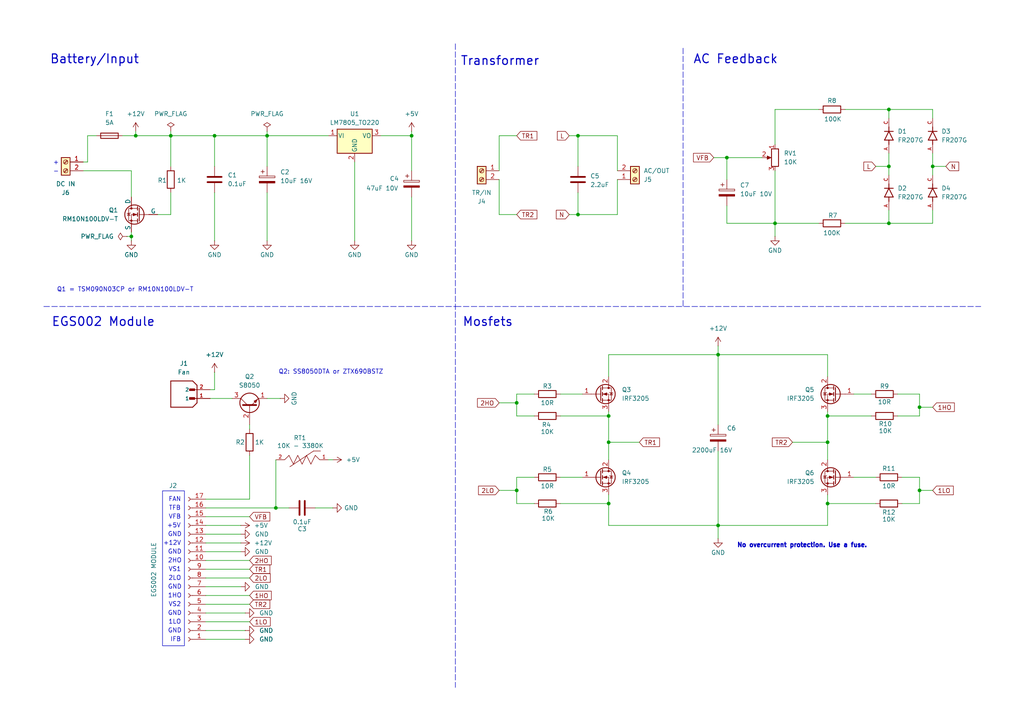
<source format=kicad_sch>
(kicad_sch (version 20231120) (generator "eeschema") (generator_version "8.0")
  (paper "A4")
  (title_block (title "Mini DC-AC Inverter") (date "2025-02-25") (rev "1.0.3") (company "By stef") (comment 1 "Thanks to Ammar for the basics"))
  (lib_symbols
    (symbol "B2B-XH-A__LF__SN_:B2B-XH-A__LF__SN_" (pin_names (offset 1.016))
      (property "Reference" "J" (at -2.54 6.35 0))
      (property "Value" "B2B-XH-A__LF__SN_" (at -2.54 -5.08 0))
      (symbol "B2B-XH-A__LF__SN__0_0"
        (pin passive line (at -7.62 2.54 0) (length 5.08) (name "1") (number "1"))
        (pin passive line (at -7.62 0 0) (length 5.08) (name "2") (number "2"))
      )
    )
    (symbol "Connector:Conn_01x17_Socket" (pin_names (offset 1.016) hide)
      (property "Reference" "J" (at 0 22.86 0))
      (property "Value" "Conn_01x17_Socket" (at 0 -22.86 0))
      (symbol "Conn_01x17_Socket_1_1"
        (pin passive line (at -5.08 20.32 0) (length 3.81) (name "Pin_1") (number "1"))
        (pin passive line (at -5.08 -2.54 0) (length 3.81) (name "Pin_10") (number "10"))
        (pin passive line (at -5.08 -5.08 0) (length 3.81) (name "Pin_11") (number "11"))
        (pin passive line (at -5.08 -7.62 0) (length 3.81) (name "Pin_12") (number "12"))
        (pin passive line (at -5.08 -10.16 0) (length 3.81) (name "Pin_13") (number "13"))
        (pin passive line (at -5.08 -12.7 0) (length 3.81) (name "Pin_14") (number "14"))
        (pin passive line (at -5.08 -15.24 0) (length 3.81) (name "Pin_15") (number "15"))
        (pin passive line (at -5.08 -17.78 0) (length 3.81) (name "Pin_16") (number "16"))
        (pin passive line (at -5.08 -20.32 0) (length 3.81) (name "Pin_17") (number "17"))
        (pin passive line (at -5.08 17.78 0) (length 3.81) (name "Pin_2") (number "2"))
        (pin passive line (at -5.08 15.24 0) (length 3.81) (name "Pin_3") (number "3"))
        (pin passive line (at -5.08 12.7 0) (length 3.81) (name "Pin_4") (number "4"))
        (pin passive line (at -5.08 10.16 0) (length 3.81) (name "Pin_5") (number "5"))
        (pin passive line (at -5.08 7.62 0) (length 3.81) (name "Pin_6") (number "6"))
        (pin passive line (at -5.08 5.08 0) (length 3.81) (name "Pin_7") (number "7"))
        (pin passive line (at -5.08 2.54 0) (length 3.81) (name "Pin_8") (number "8"))
        (pin passive line (at -5.08 0 0) (length 3.81) (name "Pin_9") (number "9"))
      )
    )
    (symbol "Connector:Screw_Terminal_01x02" (pin_names (offset 1.016) hide)
      (property "Reference" "J" (at 0 2.54 0))
      (property "Value" "Screw_Terminal_01x02" (at 0 -5.08 0))
      (symbol "Screw_Terminal_01x02_1_1"
        (pin passive line (at -5.08 0 0) (length 3.81) (name "Pin_1") (number "1"))
        (pin passive line (at -5.08 -2.54 0) (length 3.81) (name "Pin_2") (number "2"))
      )
    )
    (symbol "Device:C" (pin_numbers hide) (pin_names (offset 0.254))
      (property "Reference" "C" (at 0.635 2.54 0))
      (property "Value" "C" (at 0.635 -2.54 0))
      (symbol "C_1_1"
        (pin passive line (at 0 3.81 270) (length 2.794) (name "~") (number "1"))
        (pin passive line (at 0 -3.81 90) (length 2.794) (name "~") (number "2"))
      )
    )
    (symbol "Device:C_Polarized" (pin_numbers hide) (pin_names (offset 0.254))
      (property "Reference" "C" (at 0.635 2.54 0))
      (property "Value" "C_Polarized" (at 0.635 -2.54 0))
      (symbol "C_Polarized_1_1"
        (pin passive line (at 0 3.81 270) (length 2.794) (name "~") (number "1"))
        (pin passive line (at 0 -3.81 90) (length 2.794) (name "~") (number "2"))
      )
    )
    (symbol "Device:Fuse" (pin_numbers hide) (pin_names (offset 0))
      (property "Reference" "F" (at 2.032 0 90))
      (property "Value" "Fuse" (at -1.905 0 90))
      (symbol "Fuse_1_1"
        (pin passive line (at 0 3.81 270) (length 1.27) (name "~") (number "1"))
        (pin passive line (at 0 -3.81 90) (length 1.27) (name "~") (number "2"))
      )
    )
    (symbol "Device:R" (pin_numbers hide) (pin_names (offset 0))
      (property "Reference" "R" (at 2.032 0 90))
      (property "Value" "R" (at 0 0 90))
      (symbol "R_1_1"
        (pin passive line (at 0 3.81 270) (length 1.27) (name "~") (number "1"))
        (pin passive line (at 0 -3.81 90) (length 1.27) (name "~") (number "2"))
      )
    )
    (symbol "Device:R_Potentiometer" (pin_names (offset 1.016) hide)
      (property "Reference" "RV" (at -4.445 0 90))
      (property "Value" "R_Potentiometer" (at -2.54 0 90))
      (symbol "R_Potentiometer_1_1"
        (pin passive line (at 0 3.81 270) (length 1.27) (name "1") (number "1"))
        (pin passive line (at 3.81 0 180) (length 1.27) (name "2") (number "2"))
        (pin passive line (at 0 -3.81 90) (length 1.27) (name "3") (number "3"))
      )
    )
    (symbol "FR207G:FR207G" (pin_names (offset 1.016))
      (property "Reference" "D" (at -5.08 2.54 0))
      (property "Value" "FR207G" (at -5.08 -3.81 0))
      (symbol "FR207G_0_0"
        (pin passive line (at -5.08 0 0) (length 2.54) (name "~") (number "A"))
        (pin passive line (at 5.08 0 180) (length 2.54) (name "~") (number "C"))
      )
    )
    (symbol "NXRT15WB333JA3A016:NXRT15WB333JA3A016" (pin_names (offset 1.016))
      (property "Reference" "RT" (at -5.091 2.5455 0))
      (property "Value" "NXRT15WB333JA3A016" (at -5.098 -5.098 0))
      (symbol "NXRT15WB333JA3A016_0_0"
        (pin passive line (at -7.62 0 0) (length 2.54) (name "~") (number "1"))
        (pin passive line (at 7.62 0 180) (length 2.54) (name "~") (number "2"))
      )
    )
    (symbol "Regulator_Linear:LM7805_TO220" (pin_names (offset 0.254))
      (property "Reference" "U" (at -3.81 3.175 0))
      (property "Value" "LM7805_TO220" (at 0 3.175 0))
      (symbol "LM7805_TO220_1_1"
        (pin power_in line (at -7.62 0 0) (length 2.54) (name "VI") (number "1"))
        (pin power_in line (at 0 -7.62 90) (length 2.54) (name "GND") (number "2"))
        (pin power_out line (at 7.62 0 180) (length 2.54) (name "VO") (number "3"))
      )
    )
    (symbol "Simulation_SPICE:NMOS" (pin_numbers hide) (pin_names (offset 0))
      (property "Reference" "Q" (at 5.08 1.27 0))
      (property "Value" "NMOS" (at 5.08 -1.27 0))
      (symbol "NMOS_1_1"
        (pin passive line (at 2.54 5.08 270) (length 2.54) (name "D") (number "1"))
        (pin input line (at -5.08 0 0) (length 2.54) (name "G") (number "2"))
        (pin passive line (at 2.54 -5.08 90) (length 2.54) (name "S") (number "3"))
      )
    )
    (symbol "Transistor_BJT:S8050" (pin_names (offset 0) hide)
      (property "Reference" "Q" (at 5.08 1.905 0))
      (property "Value" "S8050" (at 5.08 0 0))
      (symbol "S8050_1_1"
        (pin passive line (at 2.54 -5.08 90) (length 2.54) (name "E") (number "1"))
        (pin input line (at -5.08 0 0) (length 5.08) (name "B") (number "2"))
        (pin passive line (at 2.54 5.08 270) (length 2.54) (name "C") (number "3"))
      )
    )
    (symbol "Transistor_FET:IRF3205" (pin_names hide)
      (property "Reference" "Q" (at 5.08 1.905 0))
      (property "Value" "IRF3205" (at 5.08 0 0))
      (symbol "IRF3205_1_1"
        (pin input line (at -5.08 0 0) (length 2.54) (name "G") (number "1"))
        (pin passive line (at 2.54 5.08 270) (length 2.54) (name "D") (number "2"))
        (pin passive line (at 2.54 -5.08 90) (length 2.54) (name "S") (number "3"))
      )
    )
    (symbol "power:+12V" (power) (pin_numbers hide) (pin_names (offset 0) hide)
      (property "Value" "+12V" (at 0 3.556 0))
      (symbol "+12V_1_1"
        (pin power_in line (at 0 0 90) (length 0) (name "~") (number "1"))
      )
    )
    (symbol "power:+5V" (power) (pin_numbers hide) (pin_names (offset 0) hide)
      (property "Value" "+5V" (at 0 3.556 0))
      (symbol "+5V_1_1"
        (pin power_in line (at 0 0 90) (length 0) (name "~") (number "1"))
      )
    )
    (symbol "power:GND" (power) (pin_numbers hide) (pin_names (offset 0) hide)
      (property "Value" "GND" (at 0 -3.81 0))
      (symbol "GND_1_1"
        (pin power_in line (at 0 0 270) (length 0) (name "~") (number "1"))
      )
    )
    (symbol "power:PWR_FLAG" (power) (pin_numbers hide) (pin_names (offset 0) hide)
      (property "Value" "PWR_FLAG" (at 0 3.81 0))
      (symbol "PWR_FLAG_0_0"
        (pin power_out line (at 0 0 90) (length 0) (name "~") (number "1"))
      )
    )
  )
  (junction (at 240.03 128.27))
  (junction (at 62.23 39.37))
  (junction (at 167.64 39.37))
  (junction (at 176.53 128.27))
  (junction (at 176.53 120.65))
  (junction (at 39.37 39.37))
  (junction (at 49.53 39.37))
  (junction (at 266.7 142.24))
  (junction (at 266.7 118.11))
  (junction (at 149.86 142.24))
  (junction (at 270.51 48.26))
  (junction (at 167.64 62.23))
  (junction (at 257.81 64.77))
  (junction (at 257.81 31.75))
  (junction (at 257.81 48.26))
  (junction (at 77.47 39.37))
  (junction (at 176.53 146.05))
  (junction (at 208.28 102.87))
  (junction (at 224.79 64.77))
  (junction (at 80.01 147.32))
  (junction (at 149.86 116.84))
  (junction (at 240.03 120.65))
  (junction (at 240.03 146.05))
  (junction (at 210.82 45.72))
  (junction (at 208.28 152.4))
  (junction (at 119.38 39.37))
  (junction (at 38.1 68.58))
  (wire (pts (xy 38.1 49.53) (xy 24.13 49.53)))
  (wire (pts (xy 59.69 180.34) (xy 72.39 180.34)))
  (wire (pts (xy 62.23 55.88) (xy 62.23 69.85)))
  (wire (pts (xy 59.69 157.48) (xy 69.85 157.48)))
  (wire (pts (xy 224.79 31.75) (xy 224.79 41.91)))
  (wire (pts (xy 247.65 138.43) (xy 254 138.43)))
  (wire (pts (xy 154.94 120.65) (xy 149.86 120.65)))
  (wire (pts (xy 229.87 128.27) (xy 240.03 128.27)))
  (wire (pts (xy 257.81 31.75) (xy 257.81 34.29)))
  (wire (pts (xy 119.38 38.1) (xy 119.38 39.37)))
  (wire (pts (xy 25.4 46.99) (xy 25.4 39.37)))
  (wire (pts (xy 240.03 120.65) (xy 240.03 128.27)))
  (wire (pts (xy 240.03 102.87) (xy 240.03 109.22)))
  (wire (pts (xy 59.69 182.88) (xy 71.12 182.88)))
  (wire (pts (xy 59.69 165.1) (xy 72.39 165.1)))
  (wire (pts (xy 91.44 147.32) (xy 96.52 147.32)))
  (wire (pts (xy 247.65 114.3) (xy 252.73 114.3)))
  (wire (pts (xy 270.51 60.96) (xy 270.51 64.77)))
  (wire (pts (xy 49.53 62.23) (xy 49.53 55.88)))
  (wire (pts (xy 144.78 49.53) (xy 144.78 39.37)))
  (wire (pts (xy 240.03 128.27) (xy 240.03 133.35)))
  (wire (pts (xy 162.56 114.3) (xy 168.91 114.3)))
  (wire (pts (xy 59.69 177.8) (xy 71.12 177.8)))
  (wire (pts (xy 179.07 52.07) (xy 179.07 62.23)))
  (wire (pts (xy 59.69 162.56) (xy 72.39 162.56)))
  (wire (pts (xy 210.82 64.77) (xy 224.79 64.77)))
  (wire (pts (xy 240.03 120.65) (xy 252.73 120.65)))
  (wire (pts (xy 59.69 147.32) (xy 80.01 147.32)))
  (wire (pts (xy 119.38 49.53) (xy 119.38 39.37)))
  (wire (pts (xy 176.53 152.4) (xy 176.53 146.05)))
  (wire (pts (xy 208.28 102.87) (xy 240.03 102.87)))
  (wire (pts (xy 144.78 62.23) (xy 149.86 62.23)))
  (wire (pts (xy 167.64 39.37) (xy 167.64 48.26)))
  (wire (pts (xy 59.69 170.18) (xy 69.85 170.18)))
  (wire (pts (xy 176.53 102.87) (xy 208.28 102.87)))
  (wire (pts (xy 270.51 142.24) (xy 266.7 142.24)))
  (wire (pts (xy 266.7 142.24) (xy 266.7 138.43)))
  (wire (pts (xy 266.7 114.3) (xy 260.35 114.3)))
  (wire (pts (xy 154.94 146.05) (xy 149.86 146.05)))
  (wire (pts (xy 270.51 118.11) (xy 266.7 118.11)))
  (wire (pts (xy 210.82 59.69) (xy 210.82 64.77)))
  (wire (pts (xy 72.39 123.19) (xy 72.39 124.46)))
  (wire (pts (xy 38.1 69.85) (xy 38.1 68.58)))
  (wire (pts (xy 176.53 109.22) (xy 176.53 102.87)))
  (wire (pts (xy 39.37 39.37) (xy 49.53 39.37)))
  (wire (pts (xy 39.37 38.1) (xy 39.37 39.37)))
  (wire (pts (xy 240.03 119.38) (xy 240.03 120.65)))
  (wire (pts (xy 266.7 138.43) (xy 261.62 138.43)))
  (wire (pts (xy 59.69 185.42) (xy 71.12 185.42)))
  (wire (pts (xy 208.28 100.33) (xy 208.28 102.87)))
  (wire (pts (xy 270.51 48.26) (xy 270.51 50.8)))
  (wire (pts (xy 257.81 48.26) (xy 257.81 50.8)))
  (polyline (pts (xy 132.08 88.9) (xy 284.48 88.9)) (stroke (width 0) (type dash)))
  (wire (pts (xy 162.56 146.05) (xy 176.53 146.05)))
  (wire (pts (xy 80.01 147.32) (xy 83.82 147.32)))
  (wire (pts (xy 162.56 138.43) (xy 168.91 138.43)))
  (wire (pts (xy 254 48.26) (xy 257.81 48.26)))
  (wire (pts (xy 210.82 45.72) (xy 220.98 45.72)))
  (wire (pts (xy 77.47 38.1) (xy 77.47 39.37)))
  (wire (pts (xy 77.47 55.88) (xy 77.47 69.85)))
  (wire (pts (xy 167.64 55.88) (xy 167.64 62.23)))
  (wire (pts (xy 25.4 39.37) (xy 27.94 39.37)))
  (wire (pts (xy 208.28 152.4) (xy 176.53 152.4)))
  (wire (pts (xy 245.11 31.75) (xy 257.81 31.75)))
  (wire (pts (xy 72.39 132.08) (xy 72.39 144.78)))
  (wire (pts (xy 176.53 119.38) (xy 176.53 120.65)))
  (wire (pts (xy 176.53 133.35) (xy 176.53 128.27)))
  (polyline (pts (xy 132.08 12.7) (xy 132.08 199.39)) (stroke (width 0) (type dash)))
  (wire (pts (xy 257.81 44.45) (xy 257.81 48.26)))
  (wire (pts (xy 162.56 120.65) (xy 176.53 120.65)))
  (wire (pts (xy 179.07 39.37) (xy 167.64 39.37)))
  (wire (pts (xy 185.42 128.27) (xy 176.53 128.27)))
  (wire (pts (xy 77.47 115.57) (xy 81.28 115.57)))
  (wire (pts (xy 240.03 146.05) (xy 254 146.05)))
  (wire (pts (xy 69.85 154.94) (xy 59.69 154.94)))
  (wire (pts (xy 270.51 64.77) (xy 257.81 64.77)))
  (wire (pts (xy 208.28 102.87) (xy 208.28 123.19)))
  (wire (pts (xy 62.23 107.95) (xy 62.23 113.03)))
  (wire (pts (xy 208.28 130.81) (xy 208.28 152.4)))
  (wire (pts (xy 266.7 118.11) (xy 266.7 114.3)))
  (wire (pts (xy 59.69 175.26) (xy 72.39 175.26)))
  (wire (pts (xy 208.28 152.4) (xy 240.03 152.4)))
  (wire (pts (xy 149.86 138.43) (xy 154.94 138.43)))
  (wire (pts (xy 144.78 52.07) (xy 144.78 62.23)))
  (wire (pts (xy 24.13 46.99) (xy 25.4 46.99)))
  (wire (pts (xy 240.03 152.4) (xy 240.03 146.05)))
  (wire (pts (xy 95.25 133.35) (xy 96.52 133.35)))
  (wire (pts (xy 144.78 116.84) (xy 149.86 116.84)))
  (wire (pts (xy 270.51 44.45) (xy 270.51 48.26)))
  (wire (pts (xy 49.53 39.37) (xy 62.23 39.37)))
  (wire (pts (xy 72.39 144.78) (xy 59.69 144.78)))
  (wire (pts (xy 62.23 39.37) (xy 77.47 39.37)))
  (wire (pts (xy 149.86 116.84) (xy 149.86 114.3)))
  (wire (pts (xy 80.01 133.35) (xy 80.01 147.32)))
  (wire (pts (xy 245.11 64.77) (xy 257.81 64.77)))
  (wire (pts (xy 149.86 146.05) (xy 149.86 142.24)))
  (wire (pts (xy 270.51 34.29) (xy 270.51 31.75)))
  (wire (pts (xy 167.64 62.23) (xy 165.1 62.23)))
  (wire (pts (xy 179.07 49.53) (xy 179.07 39.37)))
  (wire (pts (xy 38.1 68.58) (xy 38.1 67.31)))
  (wire (pts (xy 35.56 39.37) (xy 39.37 39.37)))
  (wire (pts (xy 257.81 60.96) (xy 257.81 64.77)))
  (wire (pts (xy 60.96 113.03) (xy 62.23 113.03)))
  (wire (pts (xy 224.79 64.77) (xy 237.49 64.77)))
  (wire (pts (xy 119.38 39.37) (xy 110.49 39.37)))
  (wire (pts (xy 59.69 152.4) (xy 69.85 152.4)))
  (wire (pts (xy 274.32 48.26) (xy 270.51 48.26)))
  (wire (pts (xy 59.69 167.64) (xy 72.39 167.64)))
  (wire (pts (xy 208.28 156.21) (xy 208.28 152.4)))
  (wire (pts (xy 266.7 120.65) (xy 266.7 118.11)))
  (wire (pts (xy 149.86 114.3) (xy 154.94 114.3)))
  (wire (pts (xy 77.47 39.37) (xy 95.25 39.37)))
  (wire (pts (xy 144.78 142.24) (xy 149.86 142.24)))
  (polyline (pts (xy 12.7 88.9) (xy 132.08 88.9)) (stroke (width 0) (type dash)))
  (wire (pts (xy 167.64 39.37) (xy 165.1 39.37)))
  (wire (pts (xy 266.7 146.05) (xy 266.7 142.24)))
  (wire (pts (xy 149.86 120.65) (xy 149.86 116.84)))
  (wire (pts (xy 49.53 38.1) (xy 49.53 39.37)))
  (wire (pts (xy 224.79 49.53) (xy 224.79 64.77)))
  (wire (pts (xy 77.47 48.26) (xy 77.47 39.37)))
  (wire (pts (xy 36.83 68.58) (xy 38.1 68.58)))
  (wire (pts (xy 260.35 120.65) (xy 266.7 120.65)))
  (wire (pts (xy 240.03 143.51) (xy 240.03 146.05)))
  (wire (pts (xy 62.23 39.37) (xy 62.23 48.26)))
  (wire (pts (xy 72.39 149.86) (xy 59.69 149.86)))
  (wire (pts (xy 144.78 39.37) (xy 149.86 39.37)))
  (wire (pts (xy 237.49 31.75) (xy 224.79 31.75)))
  (wire (pts (xy 210.82 45.72) (xy 210.82 52.07)))
  (wire (pts (xy 261.62 146.05) (xy 266.7 146.05)))
  (wire (pts (xy 119.38 57.15) (xy 119.38 69.85)))
  (wire (pts (xy 176.53 120.65) (xy 176.53 128.27)))
  (wire (pts (xy 270.51 31.75) (xy 257.81 31.75)))
  (wire (pts (xy 176.53 143.51) (xy 176.53 146.05)))
  (wire (pts (xy 59.69 160.02) (xy 69.85 160.02)))
  (wire (pts (xy 207.01 45.72) (xy 210.82 45.72)))
  (wire (pts (xy 49.53 48.26) (xy 49.53 39.37)))
  (wire (pts (xy 102.87 46.99) (xy 102.87 69.85)))
  (wire (pts (xy 59.69 172.72) (xy 72.39 172.72)))
  (wire (pts (xy 38.1 49.53) (xy 38.1 57.15)))
  (wire (pts (xy 179.07 62.23) (xy 167.64 62.23)))
  (wire (pts (xy 45.72 62.23) (xy 49.53 62.23)))
  (polyline (pts (xy 198.12 13.97) (xy 198.12 88.9)) (stroke (width 0) (type dash)))
  (wire (pts (xy 149.86 142.24) (xy 149.86 138.43)))
  (wire (pts (xy 60.96 115.57) (xy 67.31 115.57)))
  (wire (pts (xy 224.79 68.58) (xy 224.79 64.77)))
  (rectangle (start 47.1417 142.371) (end 53.4917 187.2949))
  (text "VFB" (at 50.6977 149.991 0) (effects (font (size 1.27 1.27))))
  (text "VS2" (at 50.6977 175.391 0) (effects (font (size 1.27 1.27))))
  (text "GND" (at 50.6977 177.931 0) (effects (font (size 1.27 1.27))))
  (text "GND" (at 50.6977 160.151 0) (effects (font (size 1.27 1.27))))
  (text "No overcurrent protection. Use a fuse." (at 232.664 158.242 0) (effects (font (size 1.27 1.27) (thickness 0.3175))))
  (text "2HO" (at 50.6977 162.691 0) (effects (font (size 1.27 1.27))))
  (text "GND" (at 50.6977 155.071 0) (effects (font (size 1.27 1.27))))
  (text "-" (at 16.256 49.784 0) (effects (font (size 1.27 1.27))))
  (text "Battery/Input" (at 27.432 17.272 0) (effects (font (size 2.54 2.54) (thickness 0.3175))))
  (text "Q2: SS8050DTA or ZTX690BSTZ" (at 80.772 107.95 0) (effects (font (size 1.27 1.27)) (justify left)))
  (text "Q1 = TSM090N03CP or RM10N100LDV-T" (at 36.322 84.074 0) (effects (font (size 1.27 1.27))))
  (text "EGS002 Module" (at 29.972 93.472 0) (effects (font (size 2.54 2.54) (thickness 0.3175))))
  (text "1HO" (at 50.6977 172.851 0) (effects (font (size 1.27 1.27))))
  (text "1LO" (at 50.6977 180.471 0) (effects (font (size 1.27 1.27))))
  (text "+" (at 16.256 47.244 0) (effects (font (size 1.27 1.27))))
  (text "GND" (at 50.6977 170.311 0) (effects (font (size 1.27 1.27))))
  (text "TFB" (at 50.6977 147.451 0) (effects (font (size 1.27 1.27))))
  (text "GND" (at 50.6977 183.011 0) (effects (font (size 1.27 1.27))))
  (text "IFB" (at 50.9517 185.551 0) (effects (font (size 1.27 1.27))))
  (text "VS1" (at 50.6977 165.231 0) (effects (font (size 1.27 1.27))))
  (text "Transformer" (at 145.034 17.78 0) (effects (font (size 2.54 2.54) (thickness 0.3175))))
  (text "AC Feedback" (at 213.36 17.272 0) (effects (font (size 2.54 2.54) (thickness 0.3175))))
  (text "2LO" (at 50.6977 167.771 0) (effects (font (size 1.27 1.27))))
  (text "+5V" (at 50.4437 152.531 0) (effects (font (size 1.27 1.27))))
  (text "FAN" (at 50.6977 144.911 0) (effects (font (size 1.27 1.27))))
  (text "+12V" (at 49.9357 157.611 0) (effects (font (size 1.27 1.27))))
  (text "Mosfets" (at 141.478 93.472 0) (effects (font (size 2.54 2.54) (thickness 0.3175))))
  (global_label "1LO" (shape input) (at 270.51 142.24 0) (property "Intersheetrefs" "${INTERSHEET_REFS}" (effects (hide yes))))
  (global_label "1LO" (shape input) (at 72.39 180.34 0) (property "Intersheetrefs" "${INTERSHEET_REFS}" (effects (hide yes))))
  (global_label "TR1" (shape input) (at 72.39 165.1 0) (property "Intersheetrefs" "${INTERSHEET_REFS}" (effects (hide yes))))
  (global_label "TR2" (shape input) (at 229.87 128.27 180) (property "Intersheetrefs" "${INTERSHEET_REFS}" (effects (hide yes))))
  (global_label "TR1" (shape input) (at 149.86 39.37 0) (property "Intersheetrefs" "${INTERSHEET_REFS}" (effects (hide yes))))
  (global_label "L" (shape input) (at 165.1 39.37 180) (property "Intersheetrefs" "${INTERSHEET_REFS}" (effects (hide yes))))
  (global_label "VFB" (shape input) (at 72.39 149.86 0) (property "Intersheetrefs" "${INTERSHEET_REFS}" (effects (hide yes))))
  (global_label "2LO" (shape input) (at 72.39 167.64 0) (property "Intersheetrefs" "${INTERSHEET_REFS}" (effects (hide yes))))
  (global_label "2HO" (shape input) (at 144.78 116.84 180) (property "Intersheetrefs" "${INTERSHEET_REFS}" (effects (hide yes))))
  (global_label "TR2" (shape input) (at 72.39 175.26 0) (property "Intersheetrefs" "${INTERSHEET_REFS}" (effects (hide yes))))
  (global_label "VFB" (shape input) (at 207.01 45.72 180) (property "Intersheetrefs" "${INTERSHEET_REFS}" (effects (hide yes))))
  (global_label "1HO" (shape input) (at 270.51 118.11 0) (property "Intersheetrefs" "${INTERSHEET_REFS}" (effects (hide yes))))
  (global_label "N" (shape input) (at 165.1 62.23 180) (property "Intersheetrefs" "${INTERSHEET_REFS}" (effects (hide yes))))
  (global_label "N" (shape input) (at 274.32 48.26 0) (property "Intersheetrefs" "${INTERSHEET_REFS}" (effects (hide yes))))
  (global_label "TR1" (shape input) (at 185.42 128.27 0) (property "Intersheetrefs" "${INTERSHEET_REFS}" (effects (hide yes))))
  (global_label "2HO" (shape input) (at 72.39 162.56 0) (property "Intersheetrefs" "${INTERSHEET_REFS}" (effects (hide yes))))
  (global_label "L" (shape input) (at 254 48.26 180) (property "Intersheetrefs" "${INTERSHEET_REFS}" (effects (hide yes))))
  (global_label "1HO" (shape input) (at 72.39 172.72 0) (property "Intersheetrefs" "${INTERSHEET_REFS}" (effects (hide yes))))
  (global_label "TR2" (shape input) (at 149.86 62.23 0) (property "Intersheetrefs" "${INTERSHEET_REFS}" (effects (hide yes))))
  (global_label "2LO" (shape input) (at 144.78 142.24 180) (property "Intersheetrefs" "${INTERSHEET_REFS}" (effects (hide yes))))
  (symbol (lib_id "power:GND") (at 119.38 69.85 0) (unit 1)
    (property "Reference" "#PWR019" (effects (hide yes)))
    (property "Value" "GND" (at 119.38 73.914 0))
    (property "Description" "Power symbol creates a global label with name \"GND\" , ground" (effects (hide yes)))
  )
  (symbol (lib_id "power:GND") (at 69.85 170.18 90) (unit 1)
    (property "Reference" "#PWR09" (effects (hide yes)))
    (property "Value" "GND" (at 75.946 170.18 90))
    (property "Description" "Power symbol creates a global label with name \"GND\" , ground" (effects (hide yes)))
  )
  (symbol (lib_id "power:+12V") (at 69.85 157.48 270) (unit 1)
    (property "Reference" "#PWR07" (effects (hide yes)))
    (property "Value" "+12V" (at 73.66 157.4799 90) (effects (justify left)))
    (property "Description" "Power symbol creates a global label with name \"+12V\"" (effects (hide yes)))
  )
  (symbol (lib_id "Device:C") (at 167.64 52.07 0) (unit 1)
    (property "Reference" "C5" (at 171.196 51.054 0) (effects (justify left)))
    (property "Value" "2.2uF" (at 171.196 53.594 0) (effects (justify left)))
    (property "Footprint" "Capacitor_THT:C_Rect_L18.0mm_W8.0mm_P15.00mm_FKS3_FKP3" (effects (hide yes)))
    (property "Description" "Unpolarized capacitor" (effects (hide yes)))
    (property "Part#" "MKS4D042204F00KSSD" (effects (hide yes)))
    (property "Mouser" "505-MKS4D042204FKSSD" (effects (hide yes)))
  )
  (symbol (lib_id "Device:R") (at 241.3 31.75 270) (unit 1)
    (property "Reference" "R8" (at 241.3 29.21 90))
    (property "Value" "100K" (at 241.554 34.544 90))
    (property "Footprint" "Resistor_THT:R_Axial_DIN0207_L6.3mm_D2.5mm_P10.16mm_Horizontal" (effects (hide yes)))
    (property "Description" "Resistor" (effects (hide yes)))
  )
  (symbol (lib_id "Device:C_Polarized") (at 77.47 52.07 0) (unit 1)
    (property "Reference" "C2" (at 81.28 49.9109 0) (effects (justify left)))
    (property "Value" "10uF 16V" (at 81.28 52.4509 0) (effects (justify left)))
    (property "Footprint" "Capacitor_THT:CP_Radial_D5.0mm_P2.50mm" (effects (hide yes)))
    (property "Description" "Polarized capacitor" (effects (hide yes)))
  )
  (symbol (lib_id "power:+5V") (at 69.85 152.4 270) (unit 1)
    (property "Reference" "#PWR05" (effects (hide yes)))
    (property "Value" "+5V" (at 73.66 152.3999 90) (effects (justify left)))
    (property "Description" "Power symbol creates a global label with name \"+5V\"" (effects (hide yes)))
  )
  (symbol (lib_id "Connector:Screw_Terminal_01x02") (at 19.05 46.99 0) (mirror y) (unit 1)
    (property "Reference" "J6" (at 19.05 55.88 0))
    (property "Value" "DC IN" (at 19.05 53.34 0))
    (property "Footprint" "External Libraries:TerminalBlock_Phoenix_PT-1,5-2-5.0-H_1x02_P5.00mm_Horizontal_faston" (effects (hide yes)))
    (property "Description" "Generic screw terminal, single row, 01x02, script generated (kicad-library-utils/schlib/autogen/connector/)" (effects (hide yes)))
  )
  (symbol (lib_id "Device:R") (at 257.81 138.43 90) (unit 1)
    (property "Reference" "R11" (at 257.81 135.89 90))
    (property "Value" "10R" (at 257.81 140.97 90))
    (property "Footprint" "Resistor_THT:R_Axial_DIN0207_L6.3mm_D2.5mm_P10.16mm_Horizontal" (effects (hide yes)))
    (property "Description" "Resistor" (effects (hide yes)))
  )
  (symbol (lib_id "B2B-XH-A__LF__SN_:B2B-XH-A__LF__SN_") (at 53.34 113.03 180) (unit 1)
    (property "Reference" "J1" (at 53.34 105.41 0))
    (property "Value" "Fan" (at 53.34 107.95 0))
    (property "Footprint" "Connector_JST:JST_XH_B2B-XH-A_1x02_P2.50mm_Vertical" (effects (hide yes)))
    (property "MF" "JST Sales" (effects (hide yes)))
    (property "MAXIMUM_PACKAGE_HEIGHT" "7 mm" (effects (hide yes)))
    (property "Package" "None" (effects (hide yes)))
    (property "Price" "None" (effects (hide yes)))
    (property "Check_prices" "https://www.snapeda.com/parts/B2B-XH-A%20(LF)(SN)/JST+Sales+America+Inc./view-part/?ref=eda" (effects (hide yes)))
    (property "STANDARD" "Manufacturer Recommendations" (effects (hide yes)))
    (property "PARTREV" "N/A" (effects (hide yes)))
    (property "SnapEDA_Link" "https://www.snapeda.com/parts/B2B-XH-A%20(LF)(SN)/JST+Sales+America+Inc./view-part/?ref=snap" (effects (hide yes)))
    (property "MP" "B2B-XH-A (LF)(SN)" (effects (hide yes)))
    (property "Purchase-URL" "https://www.snapeda.com/api/url_track_click_mouser/?unipart_id=1904846&manufacturer=JST Sales&part_name=B2B-XH-A (LF)(SN)&search_term=b2b-xh-a_lf__sn_" (effects (hide yes)))
    (property "Description_1" "\nConnector Header Through Hole 2 position 0.098 (2.50mm)\n" (effects (hide yes)))
    (property "MANUFACTURER" "JST Sales America Inc." (effects (hide yes)))
    (property "Availability" "In Stock" (effects (hide yes)))
    (property "SNAPEDA_PN" "B2B-XH-A (LF)(SN)" (effects (hide yes)))
  )
  (symbol (lib_id "Device:R") (at 49.53 52.07 0) (unit 1)
    (property "Reference" "R1" (at 45.72 52.324 0) (effects (justify left)))
    (property "Value" "1K" (at 51.308 52.324 0) (effects (justify left)))
    (property "Footprint" "Resistor_THT:R_Axial_DIN0207_L6.3mm_D2.5mm_P2.54mm_Vertical" (effects (hide yes)))
    (property "Description" "Resistor" (effects (hide yes)))
  )
  (symbol (lib_id "power:+12V") (at 62.23 107.95 0) (unit 1)
    (property "Reference" "#PWR04" (effects (hide yes)))
    (property "Value" "+12V" (at 62.23 102.87 0))
    (property "Description" "Power symbol creates a global label with name \"+12V\"" (effects (hide yes)))
  )
  (symbol (lib_id "Device:R") (at 158.75 146.05 90) (unit 1)
    (property "Reference" "R6" (at 159.004 148.336 90))
    (property "Value" "10K" (at 159.004 150.368 90))
    (property "Footprint" "Resistor_THT:R_Axial_DIN0207_L6.3mm_D2.5mm_P10.16mm_Horizontal" (effects (hide yes)))
    (property "Description" "Resistor" (effects (hide yes)))
  )
  (symbol (lib_id "FR207G:FR207G") (at 257.81 39.37 90) (unit 1)
    (property "Reference" "D1" (at 260.35 38.0999 90) (effects (justify right)))
    (property "Value" "FR207G" (at 260.35 40.6399 90) (effects (justify right)))
    (property "Footprint" "External Libraries:FR207G" (effects (hide yes)))
    (property "MF" "Taiwan Semiconductor" (effects (hide yes)))
    (property "MAXIMUM_PACKAGE_HEIGHT" "3.6 mm" (effects (hide yes)))
    (property "Package" "DO-15 Taiwan Semiconductor" (effects (hide yes)))
    (property "Price" "None" (effects (hide yes)))
    (property "Check_prices" "https://www.snapeda.com/parts/FR207G/Taiwan+Semiconductor/view-part/?ref=eda" (effects (hide yes)))
    (property "STANDARD" "IPC-7351B" (effects (hide yes)))
    (property "PARTREV" "F2105" (effects (hide yes)))
    (property "SnapEDA_Link" "https://www.snapeda.com/parts/FR207G/Taiwan+Semiconductor/view-part/?ref=snap" (effects (hide yes)))
    (property "MP" "FR207G" (effects (hide yes)))
    (property "Purchase-URL" "https://www.snapeda.com/api/url_track_click_mouser/?unipart_id=778169&manufacturer=Taiwan Semiconductor&part_name=FR207G&search_term=fr207 diode" (effects (hide yes)))
    (property "Description_1" "\n500ns, 2A, 1000V, Fast Recovery Rectifier\n" (effects (hide yes)))
    (property "Availability" "In Stock" (effects (hide yes)))
    (property "MANUFACTURER" "Taiwan Semiconductor" (effects (hide yes)))
    (property "Part#" "FR207G" (effects (hide yes)))
    (property "Mouser" "821-FR207G" (effects (hide yes)))
  )
  (symbol (lib_id "Connector:Conn_01x17_Socket") (at 54.61 165.1 180) (unit 1)
    (property "Reference" "J2" (at 50.1897 140.847 0))
    (property "Value" "EGS002 MODULE" (at 44.6017 165.231 90))
    (property "Footprint" "Connector_PinSocket_2.54mm:PinSocket_1x17_P2.54mm_Vertical" (effects (hide yes)))
    (property "Description" "Generic connector, single row, 01x17, script generated" (effects (hide yes)))
  )
  (symbol (lib_id "FR207G:FR207G") (at 270.51 55.88 90) (unit 1)
    (property "Reference" "D4" (at 273.05 54.6099 90) (effects (justify right)))
    (property "Value" "FR207G" (at 273.05 57.1499 90) (effects (justify right)))
    (property "Footprint" "External Libraries:FR207G" (effects (hide yes)))
    (property "Part#" "FR207G" (effects (hide yes)))
    (property "Mouser" "821-FR207G" (effects (hide yes)))
  )
  (symbol (lib_id "power:GND") (at 71.12 185.42 90) (unit 1)
    (property "Reference" "#PWR012" (effects (hide yes)))
    (property "Value" "GND" (at 77.216 185.42 90))
    (property "Description" "Power symbol creates a global label with name \"GND\" , ground" (effects (hide yes)))
  )
  (symbol (lib_id "FR207G:FR207G") (at 270.51 39.37 90) (unit 1)
    (property "Reference" "D3" (at 273.05 38.0999 90) (effects (justify right)))
    (property "Value" "FR207G" (at 273.05 40.6399 90) (effects (justify right)))
    (property "Footprint" "External Libraries:FR207G" (effects (hide yes)))
    (property "MF" "Taiwan Semiconductor" (effects (hide yes)))
    (property "MAXIMUM_PACKAGE_HEIGHT" "3.6 mm" (effects (hide yes)))
    (property "Package" "DO-15 Taiwan Semiconductor" (effects (hide yes)))
    (property "Price" "None" (effects (hide yes)))
    (property "Check_prices" "https://www.snapeda.com/parts/FR207G/Taiwan+Semiconductor/view-part/?ref=eda" (effects (hide yes)))
    (property "STANDARD" "IPC-7351B" (effects (hide yes)))
    (property "PARTREV" "F2105" (effects (hide yes)))
    (property "SnapEDA_Link" "https://www.snapeda.com/parts/FR207G/Taiwan+Semiconductor/view-part/?ref=snap" (effects (hide yes)))
    (property "MP" "FR207G" (effects (hide yes)))
    (property "Purchase-URL" "https://www.snapeda.com/api/url_track_click_mouser/?unipart_id=778169&manufacturer=Taiwan Semiconductor&part_name=FR207G&search_term=fr207 diode" (effects (hide yes)))
    (property "Description_1" "\n500ns, 2A, 1000V, Fast Recovery Rectifier\n" (effects (hide yes)))
    (property "Availability" "In Stock" (effects (hide yes)))
    (property "MANUFACTURER" "Taiwan Semiconductor" (effects (hide yes)))
    (property "Part#" "FR207G" (effects (hide yes)))
    (property "Mouser" "821-FR207G" (effects (hide yes)))
  )
  (symbol (lib_id "Device:C") (at 62.23 52.07 0) (unit 1)
    (property "Reference" "C1" (at 66.04 50.7999 0) (effects (justify left)))
    (property "Value" "0.1uF" (at 66.04 53.3399 0) (effects (justify left)))
    (property "Footprint" "Capacitor_THT:C_Rect_L7.2mm_W2.5mm_P5.00mm_FKS2_FKP2_MKS2_MKP2" (effects (hide yes)))
    (property "Description" "Unpolarized capacitor" (effects (hide yes)))
  )
  (symbol (lib_id "Connector:Screw_Terminal_01x02") (at 139.7 49.53 0) (mirror y) (unit 1)
    (property "Reference" "J4" (at 139.7 58.42 0))
    (property "Value" "TR/IN" (at 139.7 55.88 0))
    (property "Footprint" "External Libraries:TerminalBlock_Phoenix_PT-1,5-2-5.0-H_1x02_P5.00mm_Horizontal_faston" (effects (hide yes)))
    (property "Description" "Generic screw terminal, single row, 01x02, script generated (kicad-library-utils/schlib/autogen/connector/)" (effects (hide yes)))
  )
  (symbol (lib_id "Device:R") (at 257.81 146.05 90) (unit 1)
    (property "Reference" "R12" (at 257.81 148.59 90))
    (property "Value" "10K" (at 257.81 150.622 90))
    (property "Footprint" "Resistor_THT:R_Axial_DIN0207_L6.3mm_D2.5mm_P10.16mm_Horizontal" (effects (hide yes)))
    (property "Description" "Resistor" (effects (hide yes)))
  )
  (symbol (lib_id "power:GND") (at 62.23 69.85 0) (unit 1)
    (property "Reference" "#PWR03" (effects (hide yes)))
    (property "Value" "GND" (at 62.23 73.914 0))
    (property "Description" "Power symbol creates a global label with name \"GND\" , ground" (effects (hide yes)))
  )
  (symbol (lib_id "power:PWR_FLAG") (at 49.53 38.1 0) (unit 1)
    (property "Reference" "#FLG02" (effects (hide yes)))
    (property "Value" "PWR_FLAG" (at 49.53 33.02 0))
    (property "Description" "Special symbol for telling ERC where power comes from" (effects (hide yes)))
  )
  (symbol (lib_id "power:GND") (at 96.52 147.32 90) (unit 1)
    (property "Reference" "#PWR016" (effects (hide yes)))
    (property "Value" "GND" (at 101.854 147.32 90))
    (property "Description" "Power symbol creates a global label with name \"GND\" , ground" (effects (hide yes)))
  )
  (symbol (lib_id "Device:R") (at 256.54 120.65 90) (unit 1)
    (property "Reference" "R10" (at 256.794 122.936 90))
    (property "Value" "10K" (at 256.794 124.968 90))
    (property "Footprint" "Resistor_THT:R_Axial_DIN0207_L6.3mm_D2.5mm_P10.16mm_Horizontal" (effects (hide yes)))
    (property "Description" "Resistor" (effects (hide yes)))
  )
  (symbol (lib_id "Device:Fuse") (at 31.75 39.37 90) (unit 1)
    (property "Reference" "F1" (at 31.75 33.02 90))
    (property "Value" "5A" (at 31.75 35.56 90))
    (property "Footprint" "Fuse:Fuse_Littelfuse_372_D8.50mm" (effects (hide yes)))
    (property "Description" "Fuse" (effects (hide yes)))
  )
  (symbol (lib_id "power:GND") (at 77.47 69.85 0) (unit 1)
    (property "Reference" "#PWR013" (effects (hide yes)))
    (property "Value" "GND" (at 77.47 73.914 0))
    (property "Description" "Power symbol creates a global label with name \"GND\" , ground" (effects (hide yes)))
  )
  (symbol (lib_id "Simulation_SPICE:NMOS") (at 40.64 62.23 0) (mirror y) (unit 1)
    (property "Reference" "Q1" (at 34.29 60.9599 0) (effects (justify left)))
    (property "Value" "RM10N100LDV-T" (at 34.29 63.4999 0) (effects (justify left)))
    (property "Footprint" "Package_TO_SOT_SMD:TO-252-3_TabPin2" (effects (hide yes)))
    (property "Datasheet" "https://ngspice.sourceforge.io/docs/ngspice-html-manual/manual.xhtml#cha_MOSFETs" (effects (hide yes)))
    (property "Description" "N-MOSFET transistor, drain/source/gate" (effects (hide yes)))
    (property "Sim.Device" "NMOS" (effects (hide yes)))
    (property "Sim.Type" "VDMOS" (effects (hide yes)))
    (property "Sim.Pins" "1=D 2=G 3=S" (effects (hide yes)))
    (property "Part#" "RD3P03BBHTL1" (effects (hide yes)))
    (property "Mouser" "755-RD3P03BBHTL1" (effects (hide yes)))
  )
  (symbol (lib_id "Device:R") (at 158.75 138.43 90) (unit 1)
    (property "Reference" "R5" (at 158.75 136.144 90))
    (property "Value" "10R" (at 158.75 140.97 90))
    (property "Footprint" "Resistor_THT:R_Axial_DIN0207_L6.3mm_D2.5mm_P10.16mm_Horizontal" (effects (hide yes)))
    (property "Description" "Resistor" (effects (hide yes)))
  )
  (symbol (lib_id "Device:R") (at 72.39 128.27 180) (unit 1)
    (property "Reference" "R2" (at 68.326 128.27 0) (effects (justify right)))
    (property "Value" "1K" (at 73.914 128.27 0) (effects (justify right)))
    (property "Footprint" "Resistor_THT:R_Axial_DIN0207_L6.3mm_D2.5mm_P10.16mm_Horizontal" (effects (hide yes)))
    (property "Description" "Resistor" (effects (hide yes)))
  )
  (symbol (lib_id "power:GND") (at 71.12 182.88 90) (unit 1)
    (property "Reference" "#PWR011" (effects (hide yes)))
    (property "Value" "GND" (at 77.216 182.88 90))
    (property "Description" "Power symbol creates a global label with name \"GND\" , ground" (effects (hide yes)))
  )
  (symbol (lib_id "power:GND") (at 69.85 160.02 90) (unit 1)
    (property "Reference" "#PWR08" (effects (hide yes)))
    (property "Value" "GND" (at 75.946 160.02 90))
    (property "Description" "Power symbol creates a global label with name \"GND\" , ground" (effects (hide yes)))
  )
  (symbol (lib_id "power:GND") (at 81.28 115.57 90) (unit 1)
    (property "Reference" "#PWR015" (effects (hide yes)))
    (property "Value" "GND" (at 85.344 115.57 0))
    (property "Description" "Power symbol creates a global label with name \"GND\" , ground" (effects (hide yes)))
  )
  (symbol (lib_id "Device:C") (at 87.63 147.32 90) (unit 1)
    (property "Reference" "C3" (at 87.63 153.416 90))
    (property "Value" "0.1uF" (at 87.63 151.384 90))
    (property "Footprint" "Capacitor_THT:C_Rect_L7.2mm_W2.5mm_P5.00mm_FKS2_FKP2_MKS2_MKP2" (effects (hide yes)))
    (property "Description" "Unpolarized capacitor" (effects (hide yes)))
  )
  (symbol (lib_id "Connector:Screw_Terminal_01x02") (at 184.15 52.07 0) (mirror x) (unit 1)
    (property "Reference" "J5" (at 186.69 52.0701 0) (effects (justify left)))
    (property "Value" "AC/OUT" (at 186.69 49.5301 0) (effects (justify left)))
    (property "Footprint" "External Libraries:TerminalBlock_Phoenix_PT-1,5-2-5.0-H_1x02_P5.00mm_Horizontal_faston" (effects (hide yes)))
    (property "Description" "Generic screw terminal, single row, 01x02, script generated (kicad-library-utils/schlib/autogen/connector/)" (effects (hide yes)))
  )
  (symbol (lib_id "power:GND") (at 102.87 69.85 0) (unit 1)
    (property "Reference" "#PWR017" (effects (hide yes)))
    (property "Value" "GND" (at 102.87 73.914 0))
    (property "Description" "Power symbol creates a global label with name \"GND\" , ground" (effects (hide yes)))
  )
  (symbol (lib_id "power:GND") (at 208.28 156.21 0) (unit 1)
    (property "Reference" "#PWR021" (effects (hide yes)))
    (property "Value" "GND" (at 208.28 160.274 0))
    (property "Description" "Power symbol creates a global label with name \"GND\" , ground" (effects (hide yes)))
  )
  (symbol (lib_id "power:GND") (at 224.79 68.58 0) (unit 1)
    (property "Reference" "#PWR022" (effects (hide yes)))
    (property "Value" "GND" (at 224.79 72.644 0))
    (property "Description" "Power symbol creates a global label with name \"GND\" , ground" (effects (hide yes)))
  )
  (symbol (lib_id "Transistor_FET:IRF3205") (at 173.99 138.43 0) (unit 1)
    (property "Reference" "Q4" (at 180.34 137.1599 0) (effects (justify left)))
    (property "Value" "IRF3205" (at 180.34 139.6999 0) (effects (justify left)))
    (property "Footprint" "Package_TO_SOT_THT:TO-220-3_Vertical" (effects (hide yes)))
    (property "Datasheet" "http://www.irf.com/product-info/datasheets/data/irf3205.pdf" (effects (hide yes)))
    (property "Description" "110A Id, 55V Vds, Single N-Channel HEXFET Power MOSFET, 8mOhm Ron, TO-220AB" (effects (hide yes)))
    (property "Part#" "IRF3205PBF" (effects (hide yes)))
    (property "Mouser" "942-IRF3205PBF" (effects (hide yes)))
  )
  (symbol (lib_id "FR207G:FR207G") (at 257.81 55.88 90) (unit 1)
    (property "Reference" "D2" (at 260.35 54.6099 90) (effects (justify right)))
    (property "Value" "FR207G" (at 260.35 57.1499 90) (effects (justify right)))
    (property "Footprint" "External Libraries:FR207G" (effects (hide yes)))
    (property "MF" "Taiwan Semiconductor" (effects (hide yes)))
    (property "MAXIMUM_PACKAGE_HEIGHT" "3.6 mm" (effects (hide yes)))
    (property "Package" "DO-15 Taiwan Semiconductor" (effects (hide yes)))
    (property "Price" "None" (effects (hide yes)))
    (property "Check_prices" "https://www.snapeda.com/parts/FR207G/Taiwan+Semiconductor/view-part/?ref=eda" (effects (hide yes)))
    (property "STANDARD" "IPC-7351B" (effects (hide yes)))
    (property "PARTREV" "F2105" (effects (hide yes)))
    (property "SnapEDA_Link" "https://www.snapeda.com/parts/FR207G/Taiwan+Semiconductor/view-part/?ref=snap" (effects (hide yes)))
    (property "MP" "FR207G" (effects (hide yes)))
    (property "Purchase-URL" "https://www.snapeda.com/api/url_track_click_mouser/?unipart_id=778169&manufacturer=Taiwan Semiconductor&part_name=FR207G&search_term=fr207 diode" (effects (hide yes)))
    (property "Description_1" "\n500ns, 2A, 1000V, Fast Recovery Rectifier\n" (effects (hide yes)))
    (property "Availability" "In Stock" (effects (hide yes)))
    (property "MANUFACTURER" "Taiwan Semiconductor" (effects (hide yes)))
    (property "Part#" "FR207G" (effects (hide yes)))
    (property "Mouser" "821-FR207G" (effects (hide yes)))
  )
  (symbol (lib_id "power:PWR_FLAG") (at 36.83 68.58 90) (unit 1)
    (property "Reference" "#FLG01" (effects (hide yes)))
    (property "Value" "PWR_FLAG" (at 33.02 68.5799 90) (effects (justify left)))
    (property "Description" "Special symbol for telling ERC where power comes from" (effects (hide yes)))
  )
  (symbol (lib_id "power:+12V") (at 39.37 38.1 0) (unit 1)
    (property "Reference" "#PWR02" (effects (hide yes)))
    (property "Value" "+12V" (at 39.37 33.02 0))
    (property "Description" "Power symbol creates a global label with name \"+12V\"" (effects (hide yes)))
  )
  (symbol (lib_id "power:+5V") (at 96.52 133.35 270) (unit 1)
    (property "Reference" "#PWR014" (effects (hide yes)))
    (property "Value" "+5V" (at 100.33 133.3499 90) (effects (justify left)))
    (property "Description" "Power symbol creates a global label with name \"+5V\"" (effects (hide yes)))
  )
  (symbol (lib_id "power:+5V") (at 119.38 38.1 0) (unit 1)
    (property "Reference" "#PWR018" (effects (hide yes)))
    (property "Value" "+5V" (at 119.38 33.02 0))
    (property "Description" "Power symbol creates a global label with name \"+5V\"" (effects (hide yes)))
  )
  (symbol (lib_id "power:PWR_FLAG") (at 77.47 38.1 0) (unit 1)
    (property "Reference" "#FLG03" (effects (hide yes)))
    (property "Value" "PWR_FLAG" (at 77.47 33.02 0))
    (property "Description" "Special symbol for telling ERC where power comes from" (effects (hide yes)))
  )
  (symbol (lib_id "Transistor_FET:IRF3205") (at 173.99 114.3 0) (unit 1)
    (property "Reference" "Q3" (at 180.34 113.0299 0) (effects (justify left)))
    (property "Value" "IRF3205" (at 180.34 115.5699 0) (effects (justify left)))
    (property "Footprint" "Package_TO_SOT_THT:TO-220-3_Vertical" (effects (hide yes)))
    (property "Datasheet" "http://www.irf.com/product-info/datasheets/data/irf3205.pdf" (effects (hide yes)))
    (property "Description" "110A Id, 55V Vds, Single N-Channel HEXFET Power MOSFET, 8mOhm Ron, TO-220AB" (effects (hide yes)))
    (property "Part#" "IRF3205PBF" (effects (hide yes)))
    (property "Mouser" "942-IRF3205PBF" (effects (hide yes)))
  )
  (symbol (lib_id "NXRT15WB333JA3A016:NXRT15WB333JA3A016") (at 87.63 133.35 180) (unit 1)
    (property "Reference" "RT1" (at 86.995 127 0))
    (property "Value" "10K - 3380K" (at 87.122 129.286 0))
    (property "Footprint" "External Libraries:THERM_NXRT15WB333JA3A016" (effects (hide yes)))
    (property "Datasheet" "NXRT15XV103FA1B040" (effects (hide yes)))
    (property "MF" "Murata Electronics" (effects (hide yes)))
    (property "MAXIMUM_PACKAGE_HEIGHT" "8.5 mm" (effects (hide yes)))
    (property "Package" "RADIAL-2 Murata" (effects (hide yes)))
    (property "Price" "None" (effects (hide yes)))
    (property "Check_prices" "https://www.snapeda.com/parts/NXRT15WB333JA3A016/Murata/view-part/?ref=eda" (effects (hide yes)))
    (property "STANDARD" "IPC-7351B" (effects (hide yes)))
    (property "PARTREV" "N/A" (effects (hide yes)))
    (property "SnapEDA_Link" "https://www.snapeda.com/parts/NXRT15WB333JA3A016/Murata/view-part/?ref=snap" (effects (hide yes)))
    (property "MP" "NXRT15XV103FA1B040" (effects (hide yes)))
    (property "Description_1" "\nNTC Thermistor 10k Bead\n" (effects (hide yes)))
    (property "Availability" "In Stock" (effects (hide yes)))
    (property "MANUFACTURER" "Murata" (effects (hide yes)))
  )
  (symbol (lib_id "Device:C_Polarized") (at 208.28 127 0) (unit 1)
    (property "Reference" "C6" (at 210.82 124.206 0) (effects (justify left)))
    (property "Value" "2200uF 16V" (at 200.66 130.556 0) (effects (justify left)))
    (property "Footprint" "Capacitor_THT:CP_Radial_D12.5mm_P5.00mm" (effects (hide yes)))
    (property "Description" "Polarized capacitor" (effects (hide yes)))
  )
  (symbol (lib_id "power:GND") (at 71.12 177.8 90) (unit 1)
    (property "Reference" "#PWR010" (effects (hide yes)))
    (property "Value" "GND" (at 77.216 177.8 90))
    (property "Description" "Power symbol creates a global label with name \"GND\" , ground" (effects (hide yes)))
  )
  (symbol (lib_id "power:+12V") (at 208.28 100.33 0) (unit 1)
    (property "Reference" "#PWR020" (effects (hide yes)))
    (property "Value" "+12V" (at 208.28 95.25 0))
    (property "Description" "Power symbol creates a global label with name \"+12V\"" (effects (hide yes)))
  )
  (symbol (lib_id "Device:R") (at 256.54 114.3 90) (unit 1)
    (property "Reference" "R9" (at 256.54 112.014 90))
    (property "Value" "10R" (at 256.54 116.586 90))
    (property "Footprint" "Resistor_THT:R_Axial_DIN0207_L6.3mm_D2.5mm_P10.16mm_Horizontal" (effects (hide yes)))
    (property "Description" "Resistor" (effects (hide yes)))
  )
  (symbol (lib_id "Regulator_Linear:LM7805_TO220") (at 102.87 39.37 0) (unit 1)
    (property "Reference" "U1" (at 102.87 33.02 0))
    (property "Value" "LM7805_TO220" (at 102.87 35.56 0))
    (property "Footprint" "Package_TO_SOT_THT:TO-220-3_Vertical" (effects (hide yes)))
    (property "Datasheet" "https://www.onsemi.cn/PowerSolutions/document/MC7800-D.PDF" (effects (hide yes)))
    (property "Description" "Positive 1A 35V Linear Regulator, Fixed Output 5V, TO-220" (effects (hide yes)))
    (property "Part#" "LM7805CT/NOPB" (effects (hide yes)))
    (property "Mouser" "926-LM7805CT/NOPB" (effects (hide yes)))
  )
  (symbol (lib_id "Device:R") (at 158.75 120.65 90) (unit 1)
    (property "Reference" "R4" (at 158.496 123.19 90))
    (property "Value" "10K" (at 158.75 125.222 90))
    (property "Footprint" "Resistor_THT:R_Axial_DIN0207_L6.3mm_D2.5mm_P10.16mm_Horizontal" (effects (hide yes)))
    (property "Description" "Resistor" (effects (hide yes)))
  )
  (symbol (lib_id "Transistor_BJT:S8050") (at 72.39 118.11 90) (unit 1)
    (property "Reference" "Q2" (at 72.39 109.22 90))
    (property "Value" "S8050" (at 72.39 111.76 90))
    (property "Footprint" "Package_TO_SOT_THT:TO-92_Inline_Wide" (effects (hide yes)))
    (property "Datasheet" "http://www.unisonic.com.tw/datasheet/S8050.pdf" (effects (hide yes)))
    (property "Description" "0.7A Ic, 20V Vce, Low Voltage High Current NPN Transistor, TO-92" (effects (hide yes)))
    (property "Part#" "SS8050DTA" (effects (hide yes)))
    (property "Mouser" "512-SS8050DTA" (effects (hide yes)))
  )
  (symbol (lib_id "power:GND") (at 69.85 154.94 90) (unit 1)
    (property "Reference" "#PWR06" (effects (hide yes)))
    (property "Value" "GND" (at 75.946 154.94 90))
    (property "Description" "Power symbol creates a global label with name \"GND\" , ground" (effects (hide yes)))
  )
  (symbol (lib_id "Device:C_Polarized") (at 210.82 55.88 0) (unit 1)
    (property "Reference" "C7" (at 214.63 53.7209 0) (effects (justify left)))
    (property "Value" "10uF 10V" (at 214.63 56.2609 0) (effects (justify left)))
    (property "Footprint" "Capacitor_THT:CP_Radial_D5.0mm_P2.50mm" (effects (hide yes)))
    (property "Description" "Polarized capacitor" (effects (hide yes)))
  )
  (symbol (lib_id "power:GND") (at 38.1 69.85 0) (unit 1)
    (property "Reference" "#PWR01" (effects (hide yes)))
    (property "Value" "GND" (at 38.1 73.914 0))
    (property "Description" "Power symbol creates a global label with name \"GND\" , ground" (effects (hide yes)))
  )
  (symbol (lib_id "Transistor_FET:IRF3205") (at 242.57 114.3 0) (mirror y) (unit 1)
    (property "Reference" "Q5" (at 236.22 113.0299 0) (effects (justify left)))
    (property "Value" "IRF3205" (at 236.22 115.5699 0) (effects (justify left)))
    (property "Footprint" "Package_TO_SOT_THT:TO-220-3_Vertical" (effects (hide yes)))
    (property "Datasheet" "http://www.irf.com/product-info/datasheets/data/irf3205.pdf" (effects (hide yes)))
    (property "Description" "110A Id, 55V Vds, Single N-Channel HEXFET Power MOSFET, 8mOhm Ron, TO-220AB" (effects (hide yes)))
    (property "Part#" "IRF3205PBF" (effects (hide yes)))
    (property "Mouser" "942-IRF3205PBF" (effects (hide yes)))
  )
  (symbol (lib_id "Device:R_Potentiometer") (at 224.79 45.72 0) (mirror y) (unit 1)
    (property "Reference" "RV1" (at 227.33 44.4499 0) (effects (justify right)))
    (property "Value" "10K" (at 227.33 46.9899 0) (effects (justify right)))
    (property "Footprint" "Potentiometer_THT:Potentiometer_Bourns_3296W_Vertical" (effects (hide yes)))
    (property "Description" "Potentiometer" (effects (hide yes)))
  )
  (symbol (lib_id "Device:C_Polarized") (at 119.38 53.34 0) (unit 1)
    (property "Reference" "C4" (at 113.03 51.816 0) (effects (justify left)))
    (property "Value" "47uF 10V" (at 106.172 54.61 0) (effects (justify left)))
    (property "Footprint" "Capacitor_THT:CP_Radial_D5.0mm_P2.50mm" (effects (hide yes)))
    (property "Description" "Polarized capacitor" (effects (hide yes)))
  )
  (symbol (lib_id "Device:R") (at 158.75 114.3 90) (unit 1)
    (property "Reference" "R3" (at 158.75 112.014 90))
    (property "Value" "10R" (at 158.75 116.84 90))
    (property "Footprint" "Resistor_THT:R_Axial_DIN0207_L6.3mm_D2.5mm_P10.16mm_Horizontal" (effects (hide yes)))
    (property "Description" "Resistor" (effects (hide yes)))
  )
  (symbol (lib_id "Device:R") (at 241.3 64.77 270) (unit 1)
    (property "Reference" "R7" (at 241.554 62.484 90))
    (property "Value" "100K" (at 241.3 67.564 90))
    (property "Footprint" "Resistor_THT:R_Axial_DIN0207_L6.3mm_D2.5mm_P10.16mm_Horizontal" (effects (hide yes)))
    (property "Description" "Resistor" (effects (hide yes)))
  )
  (symbol (lib_id "Transistor_FET:IRF3205") (at 242.57 138.43 0) (mirror y) (unit 1)
    (property "Reference" "Q6" (at 236.22 137.1599 0) (effects (justify left)))
    (property "Value" "IRF3205" (at 236.22 139.6999 0) (effects (justify left)))
    (property "Footprint" "Package_TO_SOT_THT:TO-220-3_Vertical" (effects (hide yes)))
    (property "Datasheet" "http://www.irf.com/product-info/datasheets/data/irf3205.pdf" (effects (hide yes)))
    (property "Description" "110A Id, 55V Vds, Single N-Channel HEXFET Power MOSFET, 8mOhm Ron, TO-220AB" (effects (hide yes)))
    (property "Part#" "IRF3205PBF" (effects (hide yes)))
    (property "Mouser" "942-IRF3205PBF" (effects (hide yes)))
  )
)
</source>
